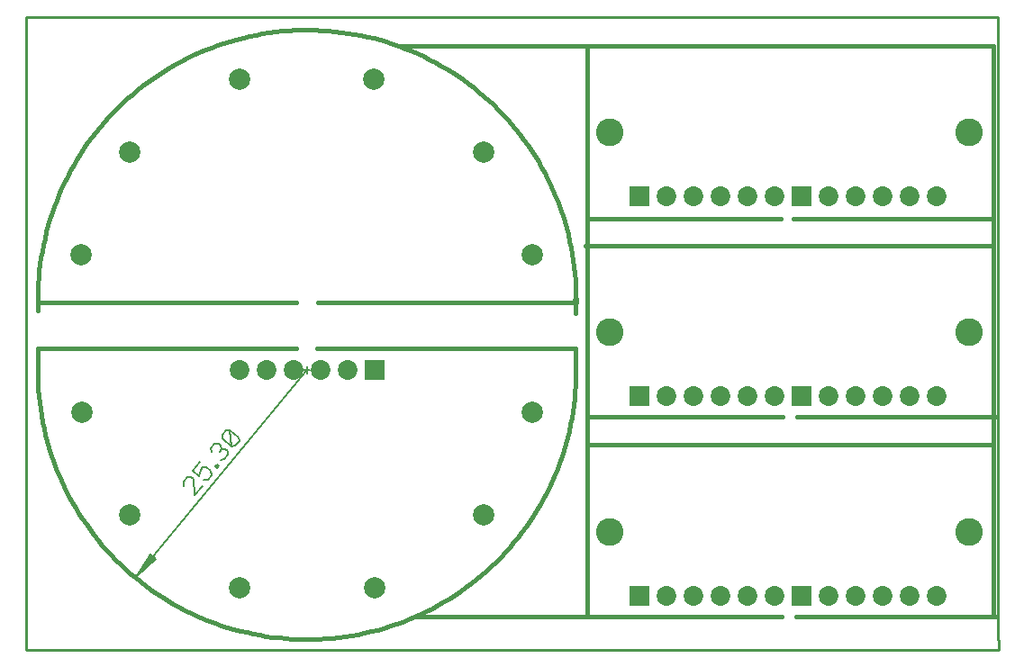
<source format=gbs>
G75*
%MOIN*%
%OFA0B0*%
%FSLAX25Y25*%
%IPPOS*%
%LPD*%
%AMOC8*
5,1,8,0,0,1.08239X$1,22.5*
%
%ADD10C,0.01600*%
%ADD11C,0.00512*%
%ADD12C,0.00600*%
%ADD13C,0.01000*%
%ADD14C,0.07924*%
%ADD15R,0.07300X0.07300*%
%ADD16C,0.07300*%
%ADD17C,0.10249*%
D10*
X0255602Y0123102D02*
X0318852Y0123102D01*
X0390852Y0123102D01*
X0396352Y0123102D02*
X0469102Y0123102D01*
X0470102Y0123102D01*
X0469102Y0123102D02*
X0469102Y0334352D01*
X0468852Y0334352D02*
X0318852Y0334352D01*
X0318602Y0334352D01*
X0318852Y0334352D02*
X0318852Y0270602D01*
X0390602Y0270602D01*
X0395102Y0270602D02*
X0468852Y0270602D01*
X0468602Y0260602D02*
X0318352Y0260602D01*
X0318852Y0270602D02*
X0318852Y0197102D01*
X0391352Y0197102D01*
X0396602Y0197102D02*
X0470352Y0197102D01*
X0469352Y0186852D02*
X0319102Y0186852D01*
X0318852Y0197102D02*
X0318852Y0123102D01*
X0314602Y0216352D02*
X0314602Y0222352D01*
X0314352Y0222352D02*
X0218852Y0222352D01*
X0211352Y0222352D02*
X0115852Y0222352D01*
X0115602Y0222602D02*
X0115602Y0218602D01*
X0115602Y0239602D02*
X0211102Y0239602D01*
X0115602Y0236602D02*
X0115529Y0239043D01*
X0115515Y0241485D01*
X0115562Y0243927D01*
X0115668Y0246367D01*
X0115834Y0248803D01*
X0116060Y0251235D01*
X0116345Y0253660D01*
X0116689Y0256078D01*
X0117093Y0258487D01*
X0117556Y0260884D01*
X0118077Y0263270D01*
X0118657Y0265643D01*
X0119295Y0268000D01*
X0119990Y0270341D01*
X0120742Y0272665D01*
X0121551Y0274969D01*
X0122417Y0277252D01*
X0123338Y0279514D01*
X0124314Y0281753D01*
X0125345Y0283967D01*
X0126430Y0286155D01*
X0127568Y0288315D01*
X0128759Y0290447D01*
X0130002Y0292550D01*
X0131295Y0294621D01*
X0132640Y0296660D01*
X0134034Y0298665D01*
X0135476Y0300636D01*
X0136967Y0302570D01*
X0138504Y0304468D01*
X0140087Y0306327D01*
X0141716Y0308147D01*
X0143389Y0309926D01*
X0145104Y0311664D01*
X0146862Y0313359D01*
X0148661Y0315011D01*
X0150500Y0316618D01*
X0152378Y0318180D01*
X0154293Y0319694D01*
X0156245Y0321162D01*
X0158233Y0322581D01*
X0160254Y0323951D01*
X0162309Y0325272D01*
X0164395Y0326541D01*
X0166512Y0327759D01*
X0168658Y0328925D01*
X0170832Y0330037D01*
X0173032Y0331096D01*
X0175258Y0332101D01*
X0177508Y0333051D01*
X0179781Y0333945D01*
X0182074Y0334784D01*
X0184388Y0335566D01*
X0186720Y0336291D01*
X0189069Y0336959D01*
X0191434Y0337568D01*
X0193813Y0338120D01*
X0196205Y0338613D01*
X0198608Y0339048D01*
X0201021Y0339423D01*
X0203442Y0339739D01*
X0205871Y0339996D01*
X0208305Y0340193D01*
X0210744Y0340331D01*
X0213184Y0340408D01*
X0215627Y0340426D01*
X0218068Y0340384D01*
X0220508Y0340281D01*
X0222945Y0340120D01*
X0225377Y0339898D01*
X0227803Y0339617D01*
X0230221Y0339277D01*
X0232631Y0338877D01*
X0235029Y0338418D01*
X0237416Y0337901D01*
X0239789Y0337325D01*
X0242148Y0336692D01*
X0244490Y0336001D01*
X0246815Y0335252D01*
X0249120Y0334447D01*
X0251406Y0333585D01*
X0253669Y0332668D01*
X0255909Y0331696D01*
X0258125Y0330669D01*
X0260315Y0329588D01*
X0262477Y0328453D01*
X0264611Y0327266D01*
X0266716Y0326027D01*
X0268789Y0324737D01*
X0270830Y0323396D01*
X0272838Y0322005D01*
X0274811Y0320566D01*
X0276748Y0319079D01*
X0278648Y0317545D01*
X0280510Y0315965D01*
X0282333Y0314339D01*
X0284115Y0312670D01*
X0285856Y0310957D01*
X0287554Y0309202D01*
X0289209Y0307406D01*
X0290819Y0305570D01*
X0292384Y0303695D01*
X0293902Y0301782D01*
X0295373Y0299832D01*
X0296796Y0297847D01*
X0298169Y0295828D01*
X0299493Y0293776D01*
X0300766Y0291692D01*
X0301988Y0289577D01*
X0303157Y0287433D01*
X0304273Y0285261D01*
X0305336Y0283062D01*
X0306345Y0280838D01*
X0307298Y0278590D01*
X0308197Y0276319D01*
X0309039Y0274027D01*
X0309825Y0271714D01*
X0310554Y0269384D01*
X0311226Y0267036D01*
X0311840Y0264672D01*
X0312396Y0262294D01*
X0312893Y0259903D01*
X0313331Y0257500D01*
X0313711Y0255088D01*
X0314031Y0252667D01*
X0314292Y0250239D01*
X0314493Y0247805D01*
X0314635Y0245367D01*
X0314717Y0242926D01*
X0314738Y0240484D01*
X0314700Y0238042D01*
X0314603Y0235602D01*
X0314852Y0239602D02*
X0219352Y0239602D01*
X0314603Y0218602D02*
X0314676Y0216161D01*
X0314690Y0213719D01*
X0314643Y0211277D01*
X0314537Y0208837D01*
X0314371Y0206401D01*
X0314145Y0203969D01*
X0313860Y0201544D01*
X0313516Y0199126D01*
X0313112Y0196717D01*
X0312649Y0194320D01*
X0312128Y0191934D01*
X0311548Y0189561D01*
X0310910Y0187204D01*
X0310215Y0184863D01*
X0309463Y0182539D01*
X0308654Y0180235D01*
X0307788Y0177952D01*
X0306867Y0175690D01*
X0305891Y0173451D01*
X0304860Y0171237D01*
X0303775Y0169049D01*
X0302637Y0166889D01*
X0301446Y0164757D01*
X0300203Y0162654D01*
X0298910Y0160583D01*
X0297565Y0158544D01*
X0296171Y0156539D01*
X0294729Y0154568D01*
X0293238Y0152634D01*
X0291701Y0150736D01*
X0290118Y0148877D01*
X0288489Y0147057D01*
X0286816Y0145278D01*
X0285101Y0143540D01*
X0283343Y0141845D01*
X0281544Y0140193D01*
X0279705Y0138586D01*
X0277827Y0137024D01*
X0275912Y0135510D01*
X0273960Y0134042D01*
X0271972Y0132623D01*
X0269951Y0131253D01*
X0267896Y0129932D01*
X0265810Y0128663D01*
X0263693Y0127445D01*
X0261547Y0126279D01*
X0259373Y0125167D01*
X0257173Y0124108D01*
X0254947Y0123103D01*
X0252697Y0122153D01*
X0250424Y0121259D01*
X0248131Y0120420D01*
X0245817Y0119638D01*
X0243485Y0118913D01*
X0241136Y0118245D01*
X0238771Y0117636D01*
X0236392Y0117084D01*
X0234000Y0116591D01*
X0231597Y0116156D01*
X0229184Y0115781D01*
X0226763Y0115465D01*
X0224334Y0115208D01*
X0221900Y0115011D01*
X0219461Y0114873D01*
X0217021Y0114796D01*
X0214578Y0114778D01*
X0212137Y0114820D01*
X0209697Y0114923D01*
X0207260Y0115084D01*
X0204828Y0115306D01*
X0202402Y0115587D01*
X0199984Y0115927D01*
X0197574Y0116327D01*
X0195176Y0116786D01*
X0192789Y0117303D01*
X0190416Y0117879D01*
X0188057Y0118512D01*
X0185715Y0119203D01*
X0183390Y0119952D01*
X0181085Y0120757D01*
X0178799Y0121619D01*
X0176536Y0122536D01*
X0174296Y0123508D01*
X0172080Y0124535D01*
X0169890Y0125616D01*
X0167728Y0126751D01*
X0165594Y0127938D01*
X0163489Y0129177D01*
X0161416Y0130467D01*
X0159375Y0131808D01*
X0157367Y0133199D01*
X0155394Y0134638D01*
X0153457Y0136125D01*
X0151557Y0137659D01*
X0149695Y0139239D01*
X0147872Y0140865D01*
X0146090Y0142534D01*
X0144349Y0144247D01*
X0142651Y0146002D01*
X0140996Y0147798D01*
X0139386Y0149634D01*
X0137821Y0151509D01*
X0136303Y0153422D01*
X0134832Y0155372D01*
X0133409Y0157357D01*
X0132036Y0159376D01*
X0130712Y0161428D01*
X0129439Y0163512D01*
X0128217Y0165627D01*
X0127048Y0167771D01*
X0125932Y0169943D01*
X0124869Y0172142D01*
X0123860Y0174366D01*
X0122907Y0176614D01*
X0122008Y0178885D01*
X0121166Y0181177D01*
X0120380Y0183490D01*
X0119651Y0185820D01*
X0118979Y0188168D01*
X0118365Y0190532D01*
X0117809Y0192910D01*
X0117312Y0195301D01*
X0116874Y0197704D01*
X0116494Y0200116D01*
X0116174Y0202537D01*
X0115913Y0204965D01*
X0115712Y0207399D01*
X0115570Y0209837D01*
X0115488Y0212278D01*
X0115467Y0214720D01*
X0115505Y0217162D01*
X0115602Y0219602D01*
X0115602Y0239852D02*
X0115602Y0240852D01*
X0115602Y0240352D02*
X0115602Y0245602D01*
X0248852Y0334602D02*
X0321102Y0334602D01*
X0314852Y0240852D02*
X0314852Y0240352D01*
X0314602Y0240602D02*
X0314352Y0240602D01*
D11*
X0216336Y0214390D02*
X0213822Y0214390D01*
X0214916Y0214193D02*
X0151930Y0137683D01*
X0159063Y0144738D01*
X0159243Y0144590D02*
X0151930Y0137683D01*
X0157483Y0146039D01*
X0157303Y0146187D02*
X0159243Y0144590D01*
X0158668Y0145063D02*
X0151930Y0137683D01*
X0157878Y0145714D01*
X0157303Y0146187D02*
X0151930Y0137683D01*
X0215079Y0213134D02*
X0215079Y0215647D01*
D12*
X0189949Y0189548D02*
X0186654Y0192264D01*
X0187233Y0186253D01*
X0188736Y0186398D01*
X0190094Y0188045D01*
X0189949Y0189548D01*
X0186654Y0192264D02*
X0185151Y0192120D01*
X0183793Y0190472D01*
X0183938Y0188969D01*
X0187233Y0186253D01*
X0185849Y0184574D02*
X0185994Y0183072D01*
X0184636Y0181424D01*
X0183133Y0181279D01*
X0181762Y0179616D02*
X0182586Y0178937D01*
X0181907Y0178114D01*
X0181083Y0178793D01*
X0181762Y0179616D01*
X0179699Y0177114D02*
X0179844Y0175611D01*
X0178486Y0173964D01*
X0176983Y0173819D01*
X0175336Y0175177D02*
X0175870Y0177504D01*
X0176549Y0178328D01*
X0178052Y0178472D01*
X0179699Y0177114D01*
X0175336Y0175177D02*
X0172864Y0177214D01*
X0175581Y0180510D01*
X0179838Y0183996D02*
X0179693Y0185498D01*
X0181051Y0187146D01*
X0182554Y0187291D01*
X0183378Y0186612D01*
X0183523Y0185109D01*
X0185025Y0185254D01*
X0185849Y0184574D01*
X0183523Y0185109D02*
X0182843Y0184285D01*
X0173128Y0174178D02*
X0172304Y0174857D01*
X0170802Y0174712D01*
X0169444Y0173065D01*
X0169588Y0171562D01*
X0173128Y0174178D02*
X0173707Y0168167D01*
X0176423Y0171462D01*
D13*
X0111102Y0110852D02*
X0471102Y0110852D01*
X0471102Y0114352D01*
X0470852Y0114352D01*
X0470852Y0345102D01*
X0111102Y0345102D01*
X0111102Y0110852D01*
D14*
X0149625Y0160735D03*
X0190080Y0133708D03*
X0240124Y0133708D03*
X0280580Y0160735D03*
X0298552Y0198704D03*
X0298485Y0257086D03*
X0280513Y0295025D03*
X0240069Y0321989D03*
X0190136Y0321989D03*
X0149692Y0295025D03*
X0131719Y0257086D03*
X0131745Y0198664D03*
D15*
X0240102Y0214602D03*
X0338102Y0204852D03*
X0398102Y0204852D03*
X0398102Y0130852D03*
X0338102Y0130852D03*
X0338102Y0278852D03*
X0398102Y0278852D03*
D16*
X0388102Y0278852D03*
X0378102Y0278852D03*
X0368102Y0278852D03*
X0358102Y0278852D03*
X0348102Y0278852D03*
X0408102Y0278852D03*
X0418102Y0278852D03*
X0428102Y0278852D03*
X0438102Y0278852D03*
X0448102Y0278852D03*
X0448102Y0204852D03*
X0438102Y0204852D03*
X0428102Y0204852D03*
X0418102Y0204852D03*
X0408102Y0204852D03*
X0388102Y0204852D03*
X0378102Y0204852D03*
X0368102Y0204852D03*
X0358102Y0204852D03*
X0348102Y0204852D03*
X0348102Y0130852D03*
X0358102Y0130852D03*
X0368102Y0130852D03*
X0378102Y0130852D03*
X0388102Y0130852D03*
X0408102Y0130852D03*
X0418102Y0130852D03*
X0428102Y0130852D03*
X0438102Y0130852D03*
X0448102Y0130852D03*
X0230102Y0214602D03*
X0220102Y0214602D03*
X0210102Y0214602D03*
X0200102Y0214602D03*
X0190102Y0214602D03*
D17*
X0327102Y0228352D03*
X0327102Y0154352D03*
X0460102Y0154352D03*
X0460102Y0228352D03*
X0460102Y0302352D03*
X0327102Y0302352D03*
M02*

</source>
